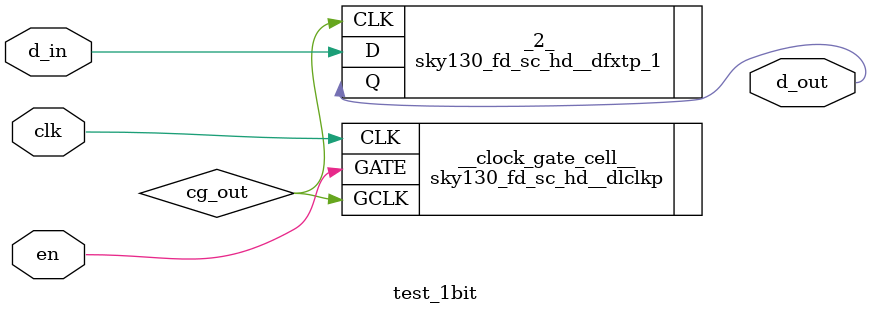
<source format=v>
module test_1bit
(
  d_in,
  clk,
  en,
  d_out
);

  wire cg_out;
  wire _0_;
  input clk;
  input d_in;
  output d_out;
  input en;

  sky130_fd_sc_hd__dlclkp
  __clock_gate_cell__
  (
    .GCLK(cg_out),
    .GATE(en),
    .CLK(clk)
  );


  sky130_fd_sc_hd__dfxtp_1
  _2_
  (
    .CLK(cg_out),
    .D(d_in),
    .Q(d_out)
  );


endmodule


</source>
